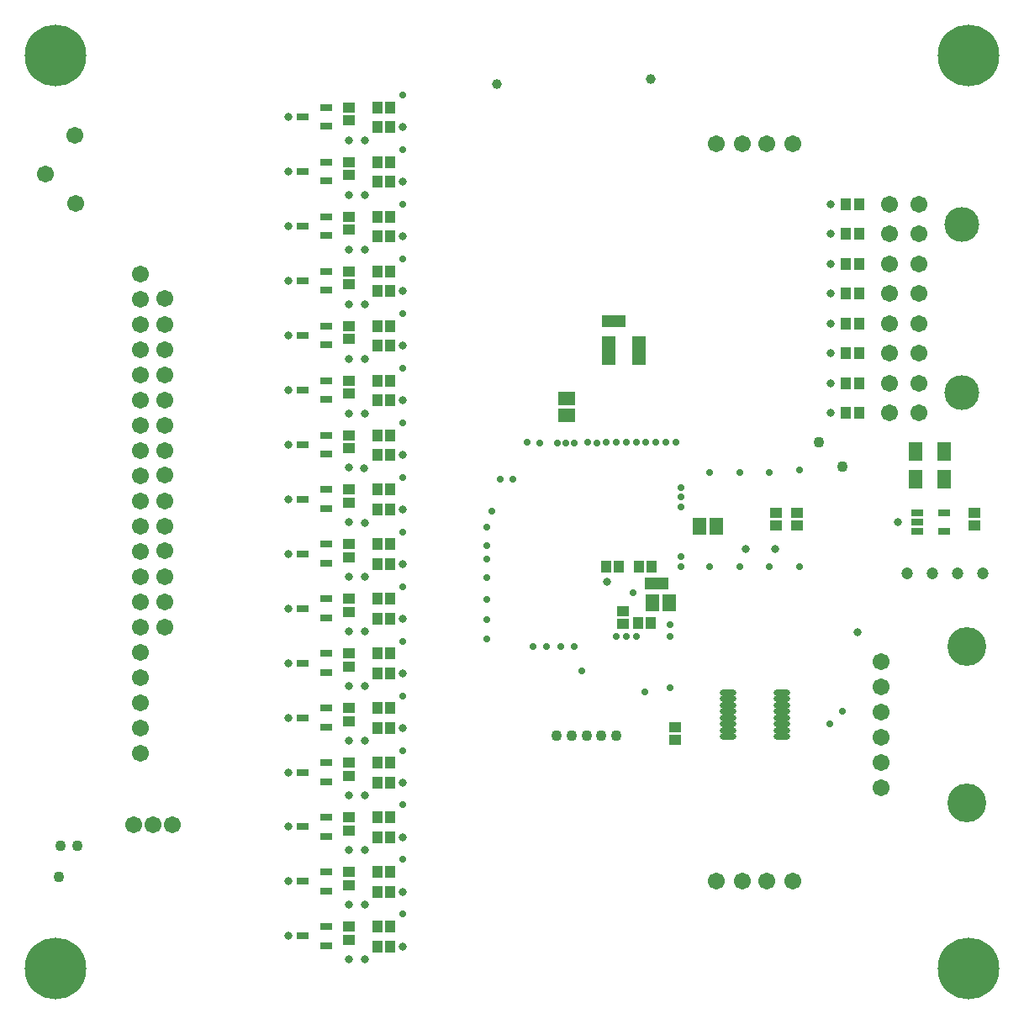
<source format=gbs>
G04*
G04 #@! TF.GenerationSoftware,Altium Limited,Altium Designer,18.1.11 (251)*
G04*
G04 Layer_Color=16711935*
%FSLAX25Y25*%
%MOIN*%
G70*
G01*
G75*
%ADD40R,0.04540X0.03950*%
%ADD41R,0.03950X0.04540*%
%ADD42R,0.06509X0.05721*%
%ADD50R,0.04737X0.04737*%
%ADD51R,0.05328X0.11430*%
%ADD56R,0.05721X0.06509*%
%ADD59C,0.04737*%
%ADD60C,0.15367*%
%ADD61C,0.06706*%
%ADD62C,0.24422*%
%ADD63C,0.13792*%
%ADD64C,0.03162*%
%ADD65C,0.02769*%
%ADD66C,0.04343*%
%ADD67C,0.03950*%
%ADD85R,0.04737X0.03162*%
%ADD86O,0.06509X0.02572*%
%ADD87R,0.05328X0.07690*%
D40*
X261519Y106496D02*
D03*
Y111614D02*
D03*
X380315Y196622D02*
D03*
Y191504D02*
D03*
X301575Y191535D02*
D03*
Y196653D02*
D03*
X309728Y191520D02*
D03*
Y196638D02*
D03*
X132283Y27362D02*
D03*
Y32480D02*
D03*
Y49016D02*
D03*
Y54134D02*
D03*
Y92323D02*
D03*
Y97441D02*
D03*
Y113976D02*
D03*
Y119095D02*
D03*
Y135630D02*
D03*
Y140748D02*
D03*
Y157283D02*
D03*
Y162402D02*
D03*
Y178937D02*
D03*
Y184055D02*
D03*
Y200591D02*
D03*
Y205709D02*
D03*
Y222244D02*
D03*
Y227362D02*
D03*
Y243898D02*
D03*
Y249016D02*
D03*
Y265551D02*
D03*
Y270669D02*
D03*
Y287205D02*
D03*
Y292323D02*
D03*
Y308858D02*
D03*
Y313976D02*
D03*
Y352165D02*
D03*
Y357283D02*
D03*
Y330512D02*
D03*
Y335630D02*
D03*
Y70669D02*
D03*
Y75787D02*
D03*
X240945Y152559D02*
D03*
Y157677D02*
D03*
D41*
X247047Y175330D02*
D03*
X252165D02*
D03*
X329298Y236221D02*
D03*
X334416D02*
D03*
X329298Y248031D02*
D03*
X334416D02*
D03*
X329298Y259842D02*
D03*
X334416D02*
D03*
X329331Y271654D02*
D03*
X334449D02*
D03*
X329298Y283465D02*
D03*
X334416D02*
D03*
X329331Y295276D02*
D03*
X334449D02*
D03*
X329298Y307087D02*
D03*
X334416D02*
D03*
X329298Y318898D02*
D03*
X334416D02*
D03*
X239317Y175197D02*
D03*
X234199D02*
D03*
X246877Y152756D02*
D03*
X251995D02*
D03*
X148622Y24606D02*
D03*
X143504D02*
D03*
X148622Y46260D02*
D03*
X143504D02*
D03*
X148622Y67913D02*
D03*
X143504D02*
D03*
X148622Y89567D02*
D03*
X143504D02*
D03*
X148622Y111221D02*
D03*
X143504D02*
D03*
X148622Y132874D02*
D03*
X143504D02*
D03*
X148622Y154528D02*
D03*
X143504D02*
D03*
X148622Y176181D02*
D03*
X143504D02*
D03*
X148622Y197835D02*
D03*
X143504D02*
D03*
X148622Y219488D02*
D03*
X143504D02*
D03*
X148622Y241142D02*
D03*
X143504D02*
D03*
X148622Y262795D02*
D03*
X143504D02*
D03*
X148622Y284449D02*
D03*
X143504D02*
D03*
X148622Y306102D02*
D03*
X143504D02*
D03*
X148622Y327756D02*
D03*
X143504D02*
D03*
X148622Y349409D02*
D03*
X143504D02*
D03*
X148622Y32480D02*
D03*
X143504D02*
D03*
X148622Y54134D02*
D03*
X143504D02*
D03*
X148622Y75787D02*
D03*
X143504D02*
D03*
X148622Y97441D02*
D03*
X143504D02*
D03*
X148622Y119095D02*
D03*
X143504D02*
D03*
X148622Y140748D02*
D03*
X143504D02*
D03*
X148622Y162402D02*
D03*
X143504D02*
D03*
X148622Y184055D02*
D03*
X143504D02*
D03*
X148622Y205709D02*
D03*
X143504D02*
D03*
X148622Y227362D02*
D03*
X143504D02*
D03*
X148622Y249016D02*
D03*
X143504D02*
D03*
X148622Y270669D02*
D03*
X143504D02*
D03*
X148622Y292323D02*
D03*
X143504D02*
D03*
X148622Y313976D02*
D03*
X143504D02*
D03*
X148622Y335630D02*
D03*
X143504D02*
D03*
X148622Y357283D02*
D03*
X143504D02*
D03*
D42*
X218504Y241929D02*
D03*
Y235236D02*
D03*
D50*
X256693Y168701D02*
D03*
X251969D02*
D03*
X234842Y272638D02*
D03*
X239567D02*
D03*
D51*
X235138Y260827D02*
D03*
X247146D02*
D03*
D56*
X252559Y160711D02*
D03*
X259252D02*
D03*
X277756Y191339D02*
D03*
X271063D02*
D03*
D59*
X353622Y172441D02*
D03*
X363622D02*
D03*
X373622D02*
D03*
X383622D02*
D03*
D60*
X377165Y143701D02*
D03*
X377265Y81501D02*
D03*
D61*
X343365Y137601D02*
D03*
Y127601D02*
D03*
Y117501D02*
D03*
Y107601D02*
D03*
Y97501D02*
D03*
X343265Y87601D02*
D03*
X49606Y101339D02*
D03*
Y111339D02*
D03*
Y121339D02*
D03*
Y131339D02*
D03*
Y141339D02*
D03*
Y151339D02*
D03*
Y161339D02*
D03*
Y171339D02*
D03*
Y181339D02*
D03*
Y191339D02*
D03*
Y201339D02*
D03*
Y211339D02*
D03*
Y221339D02*
D03*
Y231339D02*
D03*
Y241339D02*
D03*
Y251339D02*
D03*
Y261339D02*
D03*
Y271339D02*
D03*
Y281339D02*
D03*
Y291339D02*
D03*
X346457Y236221D02*
D03*
Y248031D02*
D03*
Y259842D02*
D03*
Y271654D02*
D03*
Y283465D02*
D03*
Y295276D02*
D03*
Y307087D02*
D03*
Y318898D02*
D03*
X358268D02*
D03*
Y307087D02*
D03*
Y295276D02*
D03*
Y283465D02*
D03*
Y271654D02*
D03*
Y259842D02*
D03*
Y248031D02*
D03*
Y236221D02*
D03*
X308268Y342913D02*
D03*
X298031D02*
D03*
X288189D02*
D03*
X277953D02*
D03*
Y50394D02*
D03*
X288189D02*
D03*
X298031D02*
D03*
X308268D02*
D03*
X59055Y281496D02*
D03*
Y271339D02*
D03*
Y261339D02*
D03*
Y251339D02*
D03*
Y241339D02*
D03*
Y231339D02*
D03*
Y221260D02*
D03*
Y211417D02*
D03*
Y201339D02*
D03*
Y191339D02*
D03*
Y181496D02*
D03*
Y171339D02*
D03*
Y161339D02*
D03*
Y151339D02*
D03*
X54527Y72835D02*
D03*
X46850D02*
D03*
X62205D02*
D03*
X23720Y319193D02*
D03*
X11811Y330709D02*
D03*
X23622Y346063D02*
D03*
D62*
X15748Y377953D02*
D03*
Y15748D02*
D03*
X377953D02*
D03*
Y377953D02*
D03*
D63*
X375276Y310827D02*
D03*
Y244291D02*
D03*
D64*
X132283Y19488D02*
D03*
X138386D02*
D03*
Y41142D02*
D03*
Y62795D02*
D03*
Y84449D02*
D03*
Y106102D02*
D03*
Y127756D02*
D03*
Y149409D02*
D03*
Y171063D02*
D03*
Y192421D02*
D03*
X138173Y214158D02*
D03*
X138386Y236024D02*
D03*
Y257677D02*
D03*
Y279331D02*
D03*
Y300984D02*
D03*
Y322638D02*
D03*
Y344291D02*
D03*
X132283D02*
D03*
X349909Y192913D02*
D03*
X333858Y149219D02*
D03*
X234449Y169140D02*
D03*
X108268Y28740D02*
D03*
X323228Y318898D02*
D03*
Y236221D02*
D03*
Y295276D02*
D03*
X108268Y137008D02*
D03*
Y158661D02*
D03*
Y180315D02*
D03*
Y201969D02*
D03*
Y223622D02*
D03*
Y245276D02*
D03*
Y266929D02*
D03*
Y288583D02*
D03*
Y310236D02*
D03*
Y331890D02*
D03*
Y353543D02*
D03*
Y115354D02*
D03*
Y93701D02*
D03*
Y72047D02*
D03*
Y50394D02*
D03*
X132283Y322638D02*
D03*
Y300984D02*
D03*
Y279331D02*
D03*
Y257677D02*
D03*
Y236024D02*
D03*
Y214370D02*
D03*
Y41142D02*
D03*
Y62795D02*
D03*
Y84449D02*
D03*
Y106102D02*
D03*
Y127756D02*
D03*
Y149409D02*
D03*
Y171063D02*
D03*
Y192717D02*
D03*
X323228Y307087D02*
D03*
Y248031D02*
D03*
Y259842D02*
D03*
Y271654D02*
D03*
Y283465D02*
D03*
X153543Y24606D02*
D03*
Y46260D02*
D03*
Y67913D02*
D03*
Y89567D02*
D03*
Y111221D02*
D03*
Y132874D02*
D03*
Y197835D02*
D03*
Y176181D02*
D03*
Y154527D02*
D03*
Y219488D02*
D03*
Y241142D02*
D03*
Y262795D02*
D03*
Y284449D02*
D03*
Y306102D02*
D03*
Y327756D02*
D03*
Y349409D02*
D03*
X289484Y182169D02*
D03*
X301181Y182283D02*
D03*
D65*
X249610Y125546D02*
D03*
X244882Y164764D02*
D03*
X259449Y152342D02*
D03*
X259462Y127165D02*
D03*
X327953Y117785D02*
D03*
X259449Y147638D02*
D03*
X322835Y112785D02*
D03*
X310827Y213386D02*
D03*
X275197Y212598D02*
D03*
X188976Y197245D02*
D03*
X187008Y170866D02*
D03*
X224410Y133858D02*
D03*
X153543Y362205D02*
D03*
X214961Y224213D02*
D03*
X298950Y212598D02*
D03*
X287073Y212598D02*
D03*
X310827Y175197D02*
D03*
X298950D02*
D03*
X287073D02*
D03*
X275197D02*
D03*
X153543Y59055D02*
D03*
Y80709D02*
D03*
Y102362D02*
D03*
Y124016D02*
D03*
Y145669D02*
D03*
Y167323D02*
D03*
Y188976D02*
D03*
Y210630D02*
D03*
Y232283D02*
D03*
Y253937D02*
D03*
Y275590D02*
D03*
Y297244D02*
D03*
Y318898D02*
D03*
Y340551D02*
D03*
X242126Y147638D02*
D03*
X218209Y224311D02*
D03*
X207874D02*
D03*
X202756Y224410D02*
D03*
X234252D02*
D03*
X238189D02*
D03*
X261811D02*
D03*
X250000D02*
D03*
X246063D02*
D03*
X257874D02*
D03*
X253937D02*
D03*
X242126D02*
D03*
X246063Y147638D02*
D03*
X263779Y206693D02*
D03*
Y202756D02*
D03*
Y198819D02*
D03*
X230433Y224291D02*
D03*
X226772Y224410D02*
D03*
X221654Y224213D02*
D03*
X197244Y209842D02*
D03*
X192126D02*
D03*
X187008Y190945D02*
D03*
X187008Y183465D02*
D03*
Y178347D02*
D03*
Y162205D02*
D03*
X187008Y154331D02*
D03*
X187008Y146457D02*
D03*
X210630Y143701D02*
D03*
X205118D02*
D03*
X216142D02*
D03*
X221654D02*
D03*
X238189Y147638D02*
D03*
X153543Y37402D02*
D03*
X263779Y175197D02*
D03*
Y179134D02*
D03*
D66*
X220579Y108268D02*
D03*
X226378D02*
D03*
X232283D02*
D03*
X238189D02*
D03*
X214567D02*
D03*
X17323Y52362D02*
D03*
X17717Y64567D02*
D03*
X24409D02*
D03*
X318504Y224410D02*
D03*
X327953Y214961D02*
D03*
D67*
X251969Y368504D02*
D03*
X190945Y366535D02*
D03*
D85*
X357677Y189173D02*
D03*
Y192913D02*
D03*
Y196653D02*
D03*
X368307D02*
D03*
Y189173D02*
D03*
X113877Y28740D02*
D03*
X123326Y25000D02*
D03*
Y32480D02*
D03*
X113877Y50394D02*
D03*
X123326Y46654D02*
D03*
Y54134D02*
D03*
X113877Y72047D02*
D03*
X123326Y68307D02*
D03*
Y75787D02*
D03*
X113877Y93701D02*
D03*
X123326Y89961D02*
D03*
Y97441D02*
D03*
X113877Y115354D02*
D03*
X123326Y111614D02*
D03*
Y119095D02*
D03*
X113877Y137008D02*
D03*
X123326Y133268D02*
D03*
Y140748D02*
D03*
X113877Y158661D02*
D03*
X123326Y154921D02*
D03*
Y162402D02*
D03*
X113877Y180315D02*
D03*
X123326Y176575D02*
D03*
Y184055D02*
D03*
X113877Y201969D02*
D03*
X123326Y198228D02*
D03*
Y205709D02*
D03*
X113877Y223622D02*
D03*
X123326Y219882D02*
D03*
Y227362D02*
D03*
X113877Y245276D02*
D03*
X123326Y241535D02*
D03*
Y249016D02*
D03*
X113877Y266929D02*
D03*
X123326Y263189D02*
D03*
Y270669D02*
D03*
X113877Y288583D02*
D03*
X123326Y284842D02*
D03*
Y292323D02*
D03*
X113877Y310236D02*
D03*
X123326Y306496D02*
D03*
Y313976D02*
D03*
X113877Y331890D02*
D03*
X123326Y328150D02*
D03*
Y335630D02*
D03*
X113877Y353543D02*
D03*
X123326Y349803D02*
D03*
Y357283D02*
D03*
D86*
X282562Y107785D02*
D03*
Y110285D02*
D03*
Y112785D02*
D03*
Y115285D02*
D03*
Y117785D02*
D03*
Y120285D02*
D03*
Y122785D02*
D03*
Y125285D02*
D03*
X304018Y107785D02*
D03*
Y110285D02*
D03*
Y112785D02*
D03*
Y115285D02*
D03*
Y117785D02*
D03*
Y120285D02*
D03*
Y122785D02*
D03*
Y125285D02*
D03*
D87*
X356988Y209842D02*
D03*
X368209D02*
D03*
X368209Y220866D02*
D03*
X356988D02*
D03*
M02*

</source>
